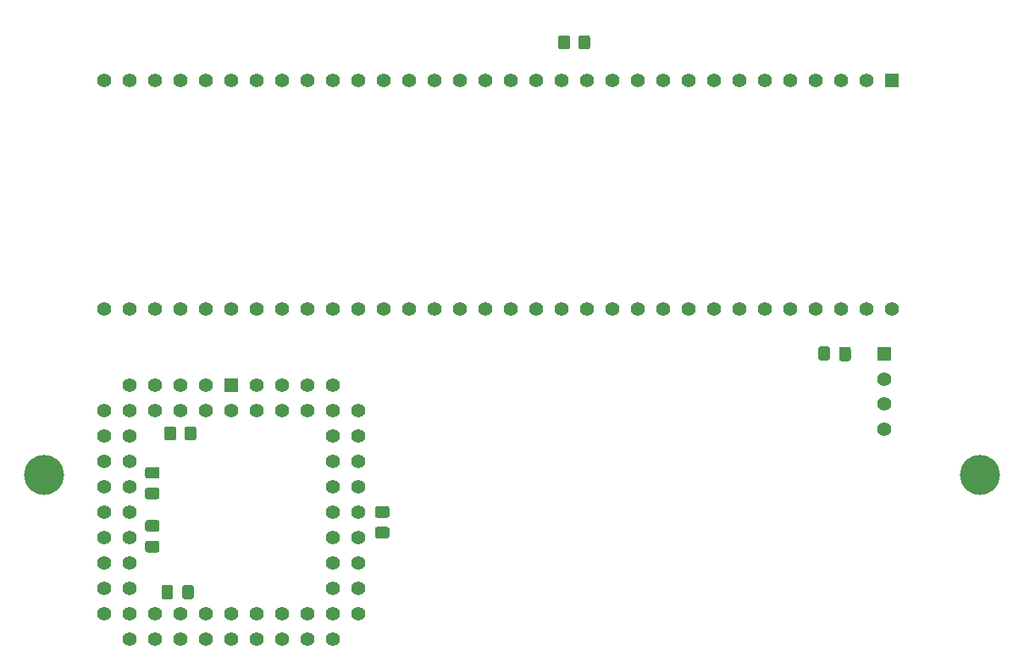
<source format=gts>
G04 #@! TF.GenerationSoftware,KiCad,Pcbnew,(5.1.12)-1*
G04 #@! TF.CreationDate,2022-01-03T17:24:41+00:00*
G04 #@! TF.ProjectId,A600_68k_PLCC_to_DIP64_v2,41363030-5f36-4386-9b5f-504c43435f74,B*
G04 #@! TF.SameCoordinates,Original*
G04 #@! TF.FileFunction,Soldermask,Top*
G04 #@! TF.FilePolarity,Negative*
%FSLAX46Y46*%
G04 Gerber Fmt 4.6, Leading zero omitted, Abs format (unit mm)*
G04 Created by KiCad (PCBNEW (5.1.12)-1) date 2022-01-03 17:24:41*
%MOMM*%
%LPD*%
G01*
G04 APERTURE LIST*
%ADD10C,1.422400*%
%ADD11R,1.422400X1.422400*%
%ADD12C,0.700000*%
%ADD13C,4.000000*%
%ADD14C,1.408000*%
%ADD15R,1.408000X1.408000*%
G04 APERTURE END LIST*
D10*
X127000000Y-114300000D03*
X124460000Y-114300000D03*
X121920000Y-114300000D03*
X119380000Y-114300000D03*
X129540000Y-114300000D03*
X132080000Y-114300000D03*
X134620000Y-114300000D03*
X137160000Y-114300000D03*
D11*
X129540000Y-111760000D03*
D10*
X127000000Y-111760000D03*
X124460000Y-111760000D03*
X121920000Y-111760000D03*
X119380000Y-111760000D03*
X132080000Y-111760000D03*
X134620000Y-111760000D03*
X137160000Y-111760000D03*
X119380000Y-116840000D03*
X119380000Y-119380000D03*
X119380000Y-121920000D03*
X119380000Y-124460000D03*
X119380000Y-127000000D03*
X119380000Y-129540000D03*
X119380000Y-132080000D03*
X119380000Y-134620000D03*
X116840000Y-114300000D03*
X116840000Y-116840000D03*
X116840000Y-119380000D03*
X116840000Y-121920000D03*
X116840000Y-124460000D03*
X116840000Y-127000000D03*
X116840000Y-129540000D03*
X116840000Y-132080000D03*
X116840000Y-134620000D03*
X121920000Y-134620000D03*
X124460000Y-134620000D03*
X127000000Y-134620000D03*
X129540000Y-134620000D03*
X132080000Y-134620000D03*
X134620000Y-134620000D03*
X137160000Y-134620000D03*
X139700000Y-134620000D03*
X142240000Y-134620000D03*
X119380000Y-137160000D03*
X121920000Y-137160000D03*
X124460000Y-137160000D03*
X127000000Y-137160000D03*
X129540000Y-137160000D03*
X132080000Y-137160000D03*
X134620000Y-137160000D03*
X137160000Y-137160000D03*
X139700000Y-137160000D03*
X139700000Y-132080000D03*
X139700000Y-129540000D03*
X139700000Y-127000000D03*
X139700000Y-124460000D03*
X139700000Y-121920000D03*
X139700000Y-119380000D03*
X139700000Y-116840000D03*
X139700000Y-114300000D03*
X139700000Y-111760000D03*
X142240000Y-132080000D03*
X142240000Y-129540000D03*
X142240000Y-127000000D03*
X142240000Y-124460000D03*
X142240000Y-121920000D03*
X142240000Y-119380000D03*
X142240000Y-116840000D03*
X142240000Y-114300000D03*
X195580000Y-104140000D03*
X116840000Y-81280000D03*
X193040000Y-104140000D03*
X119380000Y-81280000D03*
X190500000Y-104140000D03*
X121920000Y-81280000D03*
X187960000Y-104140000D03*
X124460000Y-81280000D03*
X185420000Y-104140000D03*
X127000000Y-81280000D03*
X182880000Y-104140000D03*
X129540000Y-81280000D03*
X180340000Y-104140000D03*
X132080000Y-81280000D03*
X177800000Y-104140000D03*
X134620000Y-81280000D03*
X175260000Y-104140000D03*
X137160000Y-81280000D03*
X172720000Y-104140000D03*
X139700000Y-81280000D03*
X170180000Y-104140000D03*
X142240000Y-81280000D03*
X167640000Y-104140000D03*
X144780000Y-81280000D03*
X165100000Y-104140000D03*
X147320000Y-81280000D03*
X162560000Y-104140000D03*
X149860000Y-81280000D03*
X160020000Y-104140000D03*
X152400000Y-81280000D03*
X157480000Y-104140000D03*
X154940000Y-81280000D03*
X154940000Y-104140000D03*
X157480000Y-81280000D03*
X152400000Y-104140000D03*
X160020000Y-81280000D03*
X149860000Y-104140000D03*
X162560000Y-81280000D03*
X147320000Y-104140000D03*
X165100000Y-81280000D03*
X144780000Y-104140000D03*
X167640000Y-81280000D03*
X142240000Y-104140000D03*
X170180000Y-81280000D03*
X139700000Y-104140000D03*
X172720000Y-81280000D03*
X137160000Y-104140000D03*
X175260000Y-81280000D03*
X134620000Y-104140000D03*
X177800000Y-81280000D03*
X132080000Y-104140000D03*
X180340000Y-81280000D03*
X129540000Y-104140000D03*
X182880000Y-81280000D03*
X127000000Y-104140000D03*
X185420000Y-81280000D03*
X124460000Y-104140000D03*
X187960000Y-81280000D03*
X121920000Y-104140000D03*
X190500000Y-81280000D03*
X119380000Y-104140000D03*
X193040000Y-81280000D03*
X116840000Y-104140000D03*
D11*
X195580000Y-81280000D03*
D12*
X111941000Y-119669000D03*
X110880000Y-119230000D03*
X109819000Y-119669000D03*
X109380000Y-120730000D03*
X109819000Y-121791000D03*
X110880000Y-122230000D03*
X111941000Y-121791000D03*
X112380000Y-120730000D03*
D13*
X110880000Y-120730000D03*
D12*
X205441000Y-119669000D03*
X204380000Y-119230000D03*
X203319000Y-119669000D03*
X202880000Y-120730000D03*
X203319000Y-121791000D03*
X204380000Y-122230000D03*
X205441000Y-121791000D03*
X205880000Y-120730000D03*
D13*
X204380000Y-120730000D03*
G36*
G01*
X121191000Y-122010500D02*
X122141000Y-122010500D01*
G75*
G02*
X122391000Y-122260500I0J-250000D01*
G01*
X122391000Y-122935500D01*
G75*
G02*
X122141000Y-123185500I-250000J0D01*
G01*
X121191000Y-123185500D01*
G75*
G02*
X120941000Y-122935500I0J250000D01*
G01*
X120941000Y-122260500D01*
G75*
G02*
X121191000Y-122010500I250000J0D01*
G01*
G37*
G36*
G01*
X121191000Y-119935500D02*
X122141000Y-119935500D01*
G75*
G02*
X122391000Y-120185500I0J-250000D01*
G01*
X122391000Y-120860500D01*
G75*
G02*
X122141000Y-121110500I-250000J0D01*
G01*
X121191000Y-121110500D01*
G75*
G02*
X120941000Y-120860500I0J250000D01*
G01*
X120941000Y-120185500D01*
G75*
G02*
X121191000Y-119935500I250000J0D01*
G01*
G37*
G36*
G01*
X121191000Y-127323000D02*
X122141000Y-127323000D01*
G75*
G02*
X122391000Y-127573000I0J-250000D01*
G01*
X122391000Y-128248000D01*
G75*
G02*
X122141000Y-128498000I-250000J0D01*
G01*
X121191000Y-128498000D01*
G75*
G02*
X120941000Y-128248000I0J250000D01*
G01*
X120941000Y-127573000D01*
G75*
G02*
X121191000Y-127323000I250000J0D01*
G01*
G37*
G36*
G01*
X121191000Y-125248000D02*
X122141000Y-125248000D01*
G75*
G02*
X122391000Y-125498000I0J-250000D01*
G01*
X122391000Y-126173000D01*
G75*
G02*
X122141000Y-126423000I-250000J0D01*
G01*
X121191000Y-126423000D01*
G75*
G02*
X120941000Y-126173000I0J250000D01*
G01*
X120941000Y-125498000D01*
G75*
G02*
X121191000Y-125248000I250000J0D01*
G01*
G37*
G36*
G01*
X124656000Y-132936000D02*
X124656000Y-131986000D01*
G75*
G02*
X124906000Y-131736000I250000J0D01*
G01*
X125581000Y-131736000D01*
G75*
G02*
X125831000Y-131986000I0J-250000D01*
G01*
X125831000Y-132936000D01*
G75*
G02*
X125581000Y-133186000I-250000J0D01*
G01*
X124906000Y-133186000D01*
G75*
G02*
X124656000Y-132936000I0J250000D01*
G01*
G37*
G36*
G01*
X122581000Y-132936000D02*
X122581000Y-131986000D01*
G75*
G02*
X122831000Y-131736000I250000J0D01*
G01*
X123506000Y-131736000D01*
G75*
G02*
X123756000Y-131986000I0J-250000D01*
G01*
X123756000Y-132936000D01*
G75*
G02*
X123506000Y-133186000I-250000J0D01*
G01*
X122831000Y-133186000D01*
G75*
G02*
X122581000Y-132936000I0J250000D01*
G01*
G37*
G36*
G01*
X144178000Y-125926000D02*
X145128000Y-125926000D01*
G75*
G02*
X145378000Y-126176000I0J-250000D01*
G01*
X145378000Y-126851000D01*
G75*
G02*
X145128000Y-127101000I-250000J0D01*
G01*
X144178000Y-127101000D01*
G75*
G02*
X143928000Y-126851000I0J250000D01*
G01*
X143928000Y-126176000D01*
G75*
G02*
X144178000Y-125926000I250000J0D01*
G01*
G37*
G36*
G01*
X144178000Y-123851000D02*
X145128000Y-123851000D01*
G75*
G02*
X145378000Y-124101000I0J-250000D01*
G01*
X145378000Y-124776000D01*
G75*
G02*
X145128000Y-125026000I-250000J0D01*
G01*
X144178000Y-125026000D01*
G75*
G02*
X143928000Y-124776000I0J250000D01*
G01*
X143928000Y-124101000D01*
G75*
G02*
X144178000Y-123851000I250000J0D01*
G01*
G37*
G36*
G01*
X124860000Y-117036001D02*
X124860000Y-116135999D01*
G75*
G02*
X125109999Y-115886000I249999J0D01*
G01*
X125810001Y-115886000D01*
G75*
G02*
X126060000Y-116135999I0J-249999D01*
G01*
X126060000Y-117036001D01*
G75*
G02*
X125810001Y-117286000I-249999J0D01*
G01*
X125109999Y-117286000D01*
G75*
G02*
X124860000Y-117036001I0J249999D01*
G01*
G37*
G36*
G01*
X122860000Y-117036001D02*
X122860000Y-116135999D01*
G75*
G02*
X123109999Y-115886000I249999J0D01*
G01*
X123810001Y-115886000D01*
G75*
G02*
X124060000Y-116135999I0J-249999D01*
G01*
X124060000Y-117036001D01*
G75*
G02*
X123810001Y-117286000I-249999J0D01*
G01*
X123109999Y-117286000D01*
G75*
G02*
X122860000Y-117036001I0J249999D01*
G01*
G37*
G36*
G01*
X164230000Y-77920001D02*
X164230000Y-77019999D01*
G75*
G02*
X164479999Y-76770000I249999J0D01*
G01*
X165180001Y-76770000D01*
G75*
G02*
X165430000Y-77019999I0J-249999D01*
G01*
X165430000Y-77920001D01*
G75*
G02*
X165180001Y-78170000I-249999J0D01*
G01*
X164479999Y-78170000D01*
G75*
G02*
X164230000Y-77920001I0J249999D01*
G01*
G37*
G36*
G01*
X162230000Y-77920001D02*
X162230000Y-77019999D01*
G75*
G02*
X162479999Y-76770000I249999J0D01*
G01*
X163180001Y-76770000D01*
G75*
G02*
X163430000Y-77019999I0J-249999D01*
G01*
X163430000Y-77920001D01*
G75*
G02*
X163180001Y-78170000I-249999J0D01*
G01*
X162479999Y-78170000D01*
G75*
G02*
X162230000Y-77920001I0J249999D01*
G01*
G37*
G36*
G01*
X191490000Y-108170275D02*
X191490000Y-109119725D01*
G75*
G02*
X191239725Y-109370000I-250275J0D01*
G01*
X190565275Y-109370000D01*
G75*
G02*
X190315000Y-109119725I0J250275D01*
G01*
X190315000Y-108170275D01*
G75*
G02*
X190565275Y-107920000I250275J0D01*
G01*
X191239725Y-107920000D01*
G75*
G02*
X191490000Y-108170275I0J-250275D01*
G01*
G37*
G36*
G01*
X189415000Y-108110000D02*
X189415000Y-109060000D01*
G75*
G02*
X189165000Y-109310000I-250000J0D01*
G01*
X188490000Y-109310000D01*
G75*
G02*
X188240000Y-109060000I0J250000D01*
G01*
X188240000Y-108110000D01*
G75*
G02*
X188490000Y-107860000I250000J0D01*
G01*
X189165000Y-107860000D01*
G75*
G02*
X189415000Y-108110000I0J-250000D01*
G01*
G37*
D14*
X194840000Y-116145000D03*
X194840000Y-113645000D03*
X194840000Y-111145000D03*
D15*
X194840000Y-108645000D03*
M02*

</source>
